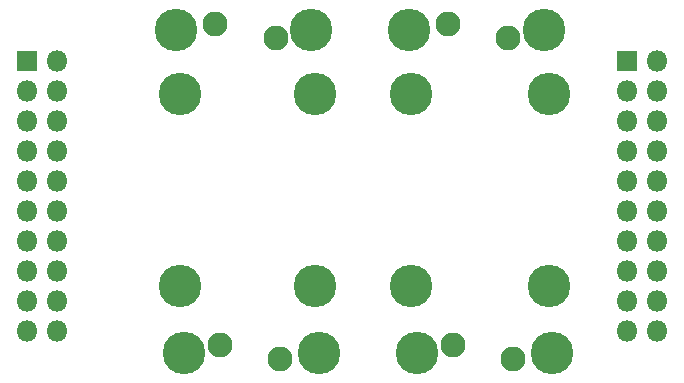
<source format=gbr>
%TF.GenerationSoftware,KiCad,Pcbnew,(5.1.6)-1*%
%TF.CreationDate,2020-06-17T01:07:27+01:00*%
%TF.ProjectId,I_sense_pcb,495f7365-6e73-4655-9f70-63622e6b6963,rev?*%
%TF.SameCoordinates,Original*%
%TF.FileFunction,Soldermask,Bot*%
%TF.FilePolarity,Negative*%
%FSLAX46Y46*%
G04 Gerber Fmt 4.6, Leading zero omitted, Abs format (unit mm)*
G04 Created by KiCad (PCBNEW (5.1.6)-1) date 2020-06-17 01:07:27*
%MOMM*%
%LPD*%
G01*
G04 APERTURE LIST*
%ADD10C,3.600000*%
%ADD11C,2.110000*%
%ADD12R,1.800000X1.800000*%
%ADD13O,1.800000X1.800000*%
G04 APERTURE END LIST*
D10*
%TO.C,J9*%
X153760000Y-55982000D03*
%TD*%
%TO.C,J10*%
X142330000Y-55982000D03*
%TD*%
%TO.C,J14*%
X154156000Y-77690000D03*
%TD*%
%TO.C,J15*%
X154156000Y-61434000D03*
%TD*%
D11*
%TO.C,F4*%
X146013000Y-82652000D03*
X151113000Y-83852000D03*
%TD*%
D10*
%TO.C,J13*%
X142472000Y-61434000D03*
%TD*%
%TO.C,J16*%
X142472000Y-77690000D03*
%TD*%
%TO.C,J12*%
X142965000Y-83287000D03*
%TD*%
%TO.C,J11*%
X154395000Y-83287000D03*
%TD*%
D11*
%TO.C,F3*%
X150732000Y-56674000D03*
X145632000Y-55474000D03*
%TD*%
%TO.C,F2*%
X125910000Y-55482000D03*
X131010000Y-56682000D03*
%TD*%
D10*
%TO.C,J1*%
X134673000Y-83295000D03*
%TD*%
%TO.C,J2*%
X123243000Y-83295000D03*
%TD*%
%TO.C,J7*%
X122914000Y-77690000D03*
%TD*%
%TO.C,J6*%
X122914000Y-61434000D03*
%TD*%
D11*
%TO.C,F1*%
X131391000Y-83860000D03*
X126291000Y-82660000D03*
%TD*%
D10*
%TO.C,J8*%
X134344000Y-61434000D03*
%TD*%
%TO.C,J5*%
X134344000Y-77690000D03*
%TD*%
%TO.C,J4*%
X122608000Y-55990000D03*
%TD*%
%TO.C,J3*%
X134038000Y-55990000D03*
%TD*%
D12*
%TO.C,J17*%
X109960000Y-58640000D03*
D13*
X112500000Y-58640000D03*
X109960000Y-61180000D03*
X112500000Y-61180000D03*
X109960000Y-63720000D03*
X112500000Y-63720000D03*
X109960000Y-66260000D03*
X112500000Y-66260000D03*
X109960000Y-68800000D03*
X112500000Y-68800000D03*
X109960000Y-71340000D03*
X112500000Y-71340000D03*
X109960000Y-73880000D03*
X112500000Y-73880000D03*
X109960000Y-76420000D03*
X112500000Y-76420000D03*
X109960000Y-78960000D03*
X112500000Y-78960000D03*
X109960000Y-81500000D03*
X112500000Y-81500000D03*
%TD*%
%TO.C,J18*%
X163300000Y-81500000D03*
X160760000Y-81500000D03*
X163300000Y-78960000D03*
X160760000Y-78960000D03*
X163300000Y-76420000D03*
X160760000Y-76420000D03*
X163300000Y-73880000D03*
X160760000Y-73880000D03*
X163300000Y-71340000D03*
X160760000Y-71340000D03*
X163300000Y-68800000D03*
X160760000Y-68800000D03*
X163300000Y-66260000D03*
X160760000Y-66260000D03*
X163300000Y-63720000D03*
X160760000Y-63720000D03*
X163300000Y-61180000D03*
X160760000Y-61180000D03*
X163300000Y-58640000D03*
D12*
X160760000Y-58640000D03*
%TD*%
M02*

</source>
